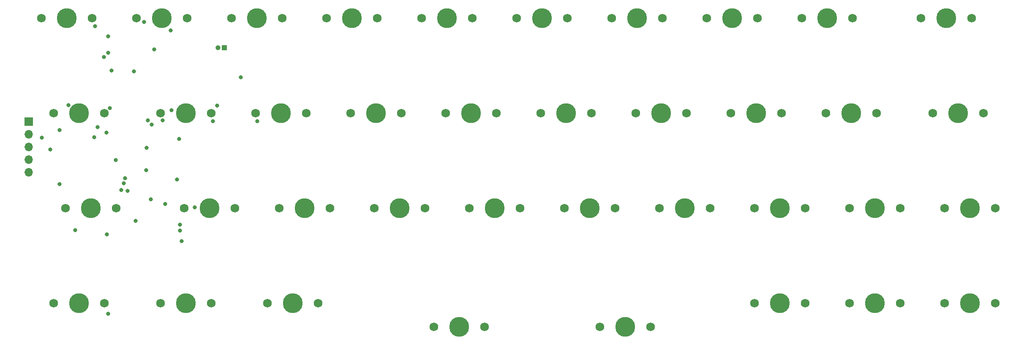
<source format=gbr>
%TF.GenerationSoftware,KiCad,Pcbnew,(6.0.7-1)-1*%
%TF.CreationDate,2022-09-06T23:10:26-04:00*%
%TF.ProjectId,cutiepie2040,63757469-6570-4696-9532-3034302e6b69,rev?*%
%TF.SameCoordinates,Original*%
%TF.FileFunction,Soldermask,Top*%
%TF.FilePolarity,Negative*%
%FSLAX46Y46*%
G04 Gerber Fmt 4.6, Leading zero omitted, Abs format (unit mm)*
G04 Created by KiCad (PCBNEW (6.0.7-1)-1) date 2022-09-06 23:10:26*
%MOMM*%
%LPD*%
G01*
G04 APERTURE LIST*
%ADD10C,1.750000*%
%ADD11C,3.987800*%
%ADD12R,1.000000X1.000000*%
%ADD13O,1.000000X1.000000*%
%ADD14R,1.700000X1.700000*%
%ADD15O,1.700000X1.700000*%
%ADD16C,0.800000*%
G04 APERTURE END LIST*
D10*
%TO.C,MX35*%
X235767500Y-55300000D03*
X225607500Y-55300000D03*
D11*
X230687500Y-55300000D03*
%TD*%
%TO.C,MX1*%
X54475000Y-55300000D03*
D10*
X49395000Y-55300000D03*
X59555000Y-55300000D03*
%TD*%
%TO.C,MX22*%
X154170000Y-93400000D03*
X164330000Y-93400000D03*
D11*
X159250000Y-93400000D03*
%TD*%
%TO.C,MX17*%
X135437500Y-74350000D03*
D10*
X140517500Y-74350000D03*
X130357500Y-74350000D03*
%TD*%
D11*
%TO.C,MX2*%
X56856250Y-74350000D03*
D10*
X61936250Y-74350000D03*
X51776250Y-74350000D03*
%TD*%
%TO.C,MX11*%
X107180000Y-93400000D03*
X97020000Y-93400000D03*
D11*
X102100000Y-93400000D03*
%TD*%
%TO.C,MX10*%
X97337500Y-74350000D03*
D10*
X92257500Y-74350000D03*
X102417500Y-74350000D03*
%TD*%
%TO.C,MX18*%
X135120000Y-93400000D03*
D11*
X140200000Y-93400000D03*
D10*
X145280000Y-93400000D03*
%TD*%
%TO.C,MX30*%
X202430000Y-112450000D03*
D11*
X197350000Y-112450000D03*
D10*
X192270000Y-112450000D03*
%TD*%
D11*
%TO.C,MX12*%
X99718750Y-112450000D03*
D10*
X94638750Y-112450000D03*
X104798750Y-112450000D03*
%TD*%
D11*
%TO.C,MX4*%
X56856250Y-112450000D03*
D10*
X61936250Y-112450000D03*
X51776250Y-112450000D03*
%TD*%
D11*
%TO.C,MX33*%
X216400000Y-93400000D03*
D10*
X221480000Y-93400000D03*
X211320000Y-93400000D03*
%TD*%
D11*
%TO.C,MX13*%
X111625000Y-55300000D03*
D10*
X106545000Y-55300000D03*
X116705000Y-55300000D03*
%TD*%
%TO.C,MX29*%
X202430000Y-93400000D03*
X192270000Y-93400000D03*
D11*
X197350000Y-93400000D03*
%TD*%
D10*
%TO.C,MX15*%
X126230000Y-93400000D03*
X116070000Y-93400000D03*
D11*
X121150000Y-93400000D03*
%TD*%
D10*
%TO.C,MX14*%
X111307500Y-74350000D03*
D11*
X116387500Y-74350000D03*
D10*
X121467500Y-74350000D03*
%TD*%
D11*
%TO.C,MX16*%
X130675000Y-55300000D03*
D10*
X125595000Y-55300000D03*
X135755000Y-55300000D03*
%TD*%
%TO.C,MX5*%
X68445000Y-55300000D03*
X78605000Y-55300000D03*
D11*
X73525000Y-55300000D03*
%TD*%
%TO.C,MX24*%
X168775000Y-55300000D03*
D10*
X173855000Y-55300000D03*
X163695000Y-55300000D03*
%TD*%
%TO.C,MX21*%
X149407500Y-74350000D03*
X159567500Y-74350000D03*
D11*
X154487500Y-74350000D03*
%TD*%
D10*
%TO.C,MX32*%
X206557500Y-74350000D03*
D11*
X211637500Y-74350000D03*
D10*
X216717500Y-74350000D03*
%TD*%
%TO.C,MX38*%
X230370000Y-112450000D03*
D11*
X235450000Y-112450000D03*
D10*
X240530000Y-112450000D03*
%TD*%
%TO.C,MX20*%
X154805000Y-55300000D03*
D11*
X149725000Y-55300000D03*
D10*
X144645000Y-55300000D03*
%TD*%
D11*
%TO.C,MX8*%
X78287500Y-112450000D03*
D10*
X73207500Y-112450000D03*
X83367500Y-112450000D03*
%TD*%
%TO.C,MX6*%
X73207500Y-74350000D03*
X83367500Y-74350000D03*
D11*
X78287500Y-74350000D03*
%TD*%
D10*
%TO.C,MX36*%
X238148750Y-74350000D03*
X227988750Y-74350000D03*
D11*
X233068750Y-74350000D03*
%TD*%
D10*
%TO.C,MX37*%
X230370000Y-93400000D03*
D11*
X235450000Y-93400000D03*
D10*
X240530000Y-93400000D03*
%TD*%
%TO.C,MX26*%
X173220000Y-93400000D03*
X183380000Y-93400000D03*
D11*
X178300000Y-93400000D03*
%TD*%
D10*
%TO.C,MX9*%
X87495000Y-55300000D03*
X97655000Y-55300000D03*
D11*
X92575000Y-55300000D03*
%TD*%
%TO.C,MX19*%
X133056250Y-117212500D03*
D10*
X138136250Y-117212500D03*
X127976250Y-117212500D03*
%TD*%
%TO.C,MX23*%
X171473750Y-117212500D03*
D11*
X166393750Y-117212500D03*
D10*
X161313750Y-117212500D03*
%TD*%
%TO.C,MX7*%
X88130000Y-93400000D03*
X77970000Y-93400000D03*
D11*
X83050000Y-93400000D03*
%TD*%
D10*
%TO.C,MX3*%
X64317500Y-93400000D03*
D11*
X59237500Y-93400000D03*
D10*
X54157500Y-93400000D03*
%TD*%
%TO.C,MX27*%
X192905000Y-55300000D03*
X182745000Y-55300000D03*
D11*
X187825000Y-55300000D03*
%TD*%
D10*
%TO.C,MX28*%
X187507500Y-74350000D03*
X197667500Y-74350000D03*
D11*
X192587500Y-74350000D03*
%TD*%
D10*
%TO.C,MX25*%
X178617500Y-74350000D03*
X168457500Y-74350000D03*
D11*
X173537500Y-74350000D03*
%TD*%
D10*
%TO.C,MX34*%
X211320000Y-112450000D03*
X221480000Y-112450000D03*
D11*
X216400000Y-112450000D03*
%TD*%
%TO.C,MX31*%
X206875000Y-55300000D03*
D10*
X211955000Y-55300000D03*
X201795000Y-55300000D03*
%TD*%
D12*
%TO.C,SW1*%
X86050000Y-61250000D03*
D13*
X84780000Y-61250000D03*
%TD*%
D14*
%TO.C,J2*%
X46800000Y-76025000D03*
D15*
X46800000Y-78565000D03*
X46800000Y-81105000D03*
X46800000Y-83645000D03*
X46800000Y-86185000D03*
%TD*%
D16*
X71500000Y-76650000D03*
X70400000Y-81350000D03*
X66600000Y-89950000D03*
X70350000Y-85800000D03*
X61900000Y-63100000D03*
X89300000Y-67150000D03*
X76950000Y-79550000D03*
X68200000Y-95950000D03*
X76500000Y-87700000D03*
X74200000Y-92550000D03*
X71250000Y-91650000D03*
X64300000Y-83800000D03*
X62400000Y-78250000D03*
X84550000Y-72850000D03*
X70700000Y-75850000D03*
X73650000Y-75800000D03*
X75400000Y-73800000D03*
X63050000Y-73330000D03*
X62700000Y-58950000D03*
X62700000Y-62250000D03*
X60150000Y-56950000D03*
X60655750Y-77146910D03*
X54750000Y-72800000D03*
X75250000Y-57800000D03*
X51150000Y-81650000D03*
X56150000Y-97850000D03*
X80100000Y-93250000D03*
X83750000Y-76000000D03*
X59956250Y-79225140D03*
X92600000Y-75950000D03*
X77150000Y-97950000D03*
X62500000Y-98650000D03*
X77450000Y-100000000D03*
X62750000Y-114600000D03*
X77100000Y-96700000D03*
X63400000Y-65850000D03*
X67900000Y-65950000D03*
X49450000Y-79300000D03*
X66103818Y-87435488D03*
X65849500Y-88402094D03*
X65355000Y-89745000D03*
X53000000Y-88600000D03*
X53000000Y-77800000D03*
X69950000Y-56050000D03*
X71950000Y-61600000D03*
M02*

</source>
